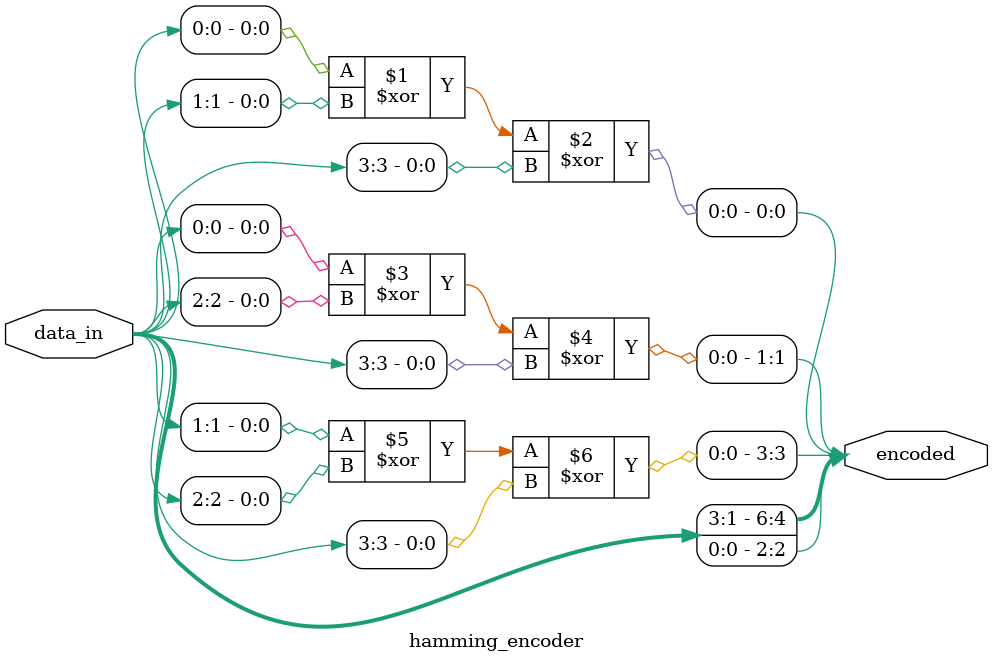
<source format=sv>
module hamming_encoder (
    input  [3:0] data_in,
    output [6:0] encoded
);
    // Compute parity bits
    assign encoded[0] = data_in[0] ^ data_in[1] ^ data_in[3]; // p0
    assign encoded[1] = data_in[0] ^ data_in[2] ^ data_in[3]; // p1
    assign encoded[2] = data_in[0];                           // d0
    assign encoded[3] = data_in[1] ^ data_in[2] ^ data_in[3]; // p2
    assign encoded[4] = data_in[1];                           // d1
    assign encoded[5] = data_in[2];                           // d2
    assign encoded[6] = data_in[3];                           // d3
endmodule
</source>
